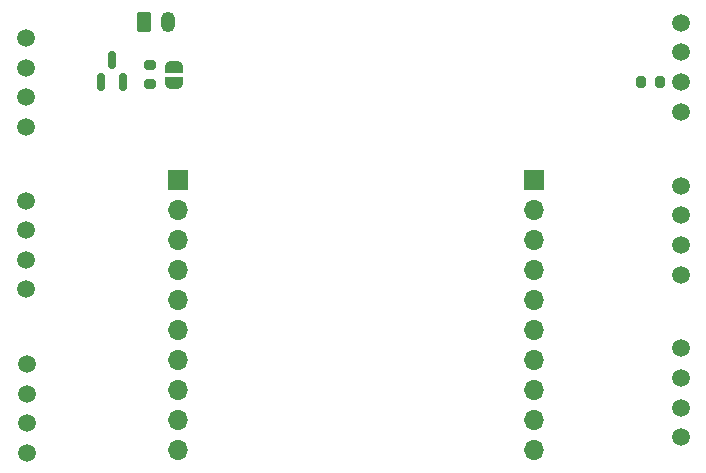
<source format=gbr>
%TF.GenerationSoftware,KiCad,Pcbnew,7.0.2*%
%TF.CreationDate,2024-03-24T23:04:52+01:00*%
%TF.ProjectId,Support_TTGO_invers_,53757070-6f72-4745-9f54-54474f5f696e,rev?*%
%TF.SameCoordinates,Original*%
%TF.FileFunction,Soldermask,Bot*%
%TF.FilePolarity,Negative*%
%FSLAX46Y46*%
G04 Gerber Fmt 4.6, Leading zero omitted, Abs format (unit mm)*
G04 Created by KiCad (PCBNEW 7.0.2) date 2024-03-24 23:04:52*
%MOMM*%
%LPD*%
G01*
G04 APERTURE LIST*
G04 Aperture macros list*
%AMRoundRect*
0 Rectangle with rounded corners*
0 $1 Rounding radius*
0 $2 $3 $4 $5 $6 $7 $8 $9 X,Y pos of 4 corners*
0 Add a 4 corners polygon primitive as box body*
4,1,4,$2,$3,$4,$5,$6,$7,$8,$9,$2,$3,0*
0 Add four circle primitives for the rounded corners*
1,1,$1+$1,$2,$3*
1,1,$1+$1,$4,$5*
1,1,$1+$1,$6,$7*
1,1,$1+$1,$8,$9*
0 Add four rect primitives between the rounded corners*
20,1,$1+$1,$2,$3,$4,$5,0*
20,1,$1+$1,$4,$5,$6,$7,0*
20,1,$1+$1,$6,$7,$8,$9,0*
20,1,$1+$1,$8,$9,$2,$3,0*%
%AMFreePoly0*
4,1,19,0.500000,-0.750000,0.000000,-0.750000,0.000000,-0.744911,-0.071157,-0.744911,-0.207708,-0.704816,-0.327430,-0.627875,-0.420627,-0.520320,-0.479746,-0.390866,-0.500000,-0.250000,-0.500000,0.250000,-0.479746,0.390866,-0.420627,0.520320,-0.327430,0.627875,-0.207708,0.704816,-0.071157,0.744911,0.000000,0.744911,0.000000,0.750000,0.500000,0.750000,0.500000,-0.750000,0.500000,-0.750000,
$1*%
%AMFreePoly1*
4,1,19,0.000000,0.744911,0.071157,0.744911,0.207708,0.704816,0.327430,0.627875,0.420627,0.520320,0.479746,0.390866,0.500000,0.250000,0.500000,-0.250000,0.479746,-0.390866,0.420627,-0.520320,0.327430,-0.627875,0.207708,-0.704816,0.071157,-0.744911,0.000000,-0.744911,0.000000,-0.750000,-0.500000,-0.750000,-0.500000,0.750000,0.000000,0.750000,0.000000,0.744911,0.000000,0.744911,
$1*%
G04 Aperture macros list end*
%ADD10RoundRect,0.150000X0.150000X-0.587500X0.150000X0.587500X-0.150000X0.587500X-0.150000X-0.587500X0*%
%ADD11RoundRect,0.250000X-0.350000X-0.625000X0.350000X-0.625000X0.350000X0.625000X-0.350000X0.625000X0*%
%ADD12O,1.200000X1.750000*%
%ADD13RoundRect,0.200000X0.275000X-0.200000X0.275000X0.200000X-0.275000X0.200000X-0.275000X-0.200000X0*%
%ADD14FreePoly0,270.000000*%
%ADD15FreePoly1,270.000000*%
%ADD16C,1.500000*%
%ADD17R,1.700000X1.700000*%
%ADD18O,1.700000X1.700000*%
%ADD19RoundRect,0.200000X-0.200000X-0.275000X0.200000X-0.275000X0.200000X0.275000X-0.200000X0.275000X0*%
G04 APERTURE END LIST*
D10*
%TO.C,Q1*%
X121820000Y-75297500D03*
X119920000Y-75297500D03*
X120870000Y-73422500D03*
%TD*%
D11*
%TO.C,J9*%
X123560000Y-70150000D03*
D12*
X125560000Y-70150000D03*
%TD*%
D13*
%TO.C,R2*%
X124090000Y-75465000D03*
X124090000Y-73815000D03*
%TD*%
D14*
%TO.C,JP1*%
X126090000Y-74030000D03*
D15*
X126090000Y-75330000D03*
%TD*%
D16*
%TO.C,J3*%
X113680000Y-99170000D03*
X113680000Y-101670000D03*
X113680000Y-104170000D03*
X113680000Y-106670000D03*
%TD*%
D17*
%TO.C,J1*%
X126410000Y-83570000D03*
D18*
X126410000Y-86110000D03*
X126410000Y-88650000D03*
X126410000Y-91190000D03*
X126410000Y-93730000D03*
X126410000Y-96270000D03*
X126410000Y-98810000D03*
X126410000Y-101350000D03*
X126410000Y-103890000D03*
X126410000Y-106430000D03*
%TD*%
D16*
%TO.C,J8*%
X113550000Y-71580000D03*
X113550000Y-74080000D03*
X113550000Y-76580000D03*
X113550000Y-79080000D03*
%TD*%
D17*
%TO.C,J2*%
X156610000Y-83570000D03*
D18*
X156610000Y-86110000D03*
X156610000Y-88650000D03*
X156610000Y-91190000D03*
X156610000Y-93730000D03*
X156610000Y-96270000D03*
X156610000Y-98810000D03*
X156610000Y-101350000D03*
X156610000Y-103890000D03*
X156610000Y-106430000D03*
%TD*%
D16*
%TO.C,J7*%
X169030000Y-77770000D03*
X169030000Y-75270000D03*
X169030000Y-72770000D03*
X169030000Y-70270000D03*
%TD*%
%TO.C,J4*%
X113600000Y-85330000D03*
X113600000Y-87830000D03*
X113600000Y-90330000D03*
X113600000Y-92830000D03*
%TD*%
%TO.C,J6*%
X169030000Y-91570000D03*
X169030000Y-89070000D03*
X169030000Y-86570000D03*
X169030000Y-84070000D03*
%TD*%
%TO.C,J5*%
X169010000Y-105330000D03*
X169010000Y-102830000D03*
X169010000Y-100330000D03*
X169010000Y-97830000D03*
%TD*%
D19*
%TO.C,R1*%
X165625000Y-75270000D03*
X167275000Y-75270000D03*
%TD*%
M02*

</source>
